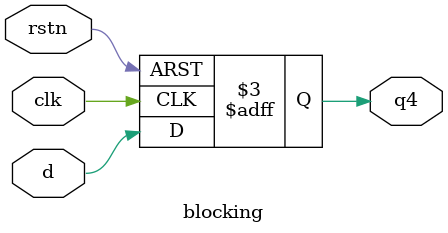
<source format=v>
module blocking (q4, d, clk, rstn);

output q4;
input d;
input clk;
input rstn;

reg  q4, q3, q2, q1;

always @(posedge clk or negedge rstn) // low activate async reset
begin
	if(!rstn) begin 
	   q1 = 0;
	   q2 = 0;
	   q3 = 0;
	   q4 = 0;
	end
	else begin
	   q1 = d;
	   q2 = q1;
	   q3 = q2;
	   q4 = q3;
	end
end

endmodule
</source>
